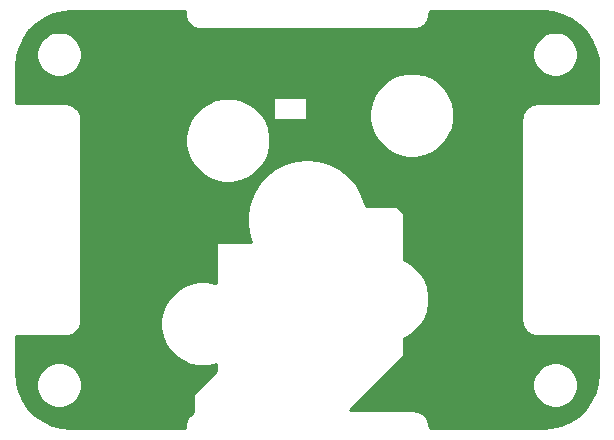
<source format=gtl>
G04 #@! TF.GenerationSoftware,KiCad,Pcbnew,(5.1.9)-1*
G04 #@! TF.CreationDate,2021-08-06T09:53:28+02:00*
G04 #@! TF.ProjectId,Driver,44726976-6572-42e6-9b69-6361645f7063,rev?*
G04 #@! TF.SameCoordinates,Original*
G04 #@! TF.FileFunction,Copper,L1,Top*
G04 #@! TF.FilePolarity,Positive*
%FSLAX46Y46*%
G04 Gerber Fmt 4.6, Leading zero omitted, Abs format (unit mm)*
G04 Created by KiCad (PCBNEW (5.1.9)-1) date 2021-08-06 09:53:28*
%MOMM*%
%LPD*%
G01*
G04 APERTURE LIST*
G04 #@! TA.AperFunction,ComponentPad*
%ADD10C,0.600000*%
G04 #@! TD*
G04 #@! TA.AperFunction,ViaPad*
%ADD11C,0.600000*%
G04 #@! TD*
G04 #@! TA.AperFunction,Conductor*
%ADD12C,0.254000*%
G04 #@! TD*
G04 #@! TA.AperFunction,Conductor*
%ADD13C,0.100000*%
G04 #@! TD*
G04 APERTURE END LIST*
D10*
X162617904Y-82513591D03*
D11*
X131617904Y-93513591D03*
X129117904Y-93513591D03*
X126617904Y-93513591D03*
X124117904Y-93513591D03*
X124117904Y-96013591D03*
X126617904Y-96013591D03*
X129117904Y-96013591D03*
X131617904Y-96013591D03*
X131617904Y-98513591D03*
X129117904Y-98513591D03*
X124117904Y-98513591D03*
X126617904Y-98513591D03*
X124117904Y-101013591D03*
X126617904Y-101013591D03*
X129117904Y-101013591D03*
X124117904Y-103513591D03*
X126617904Y-103513591D03*
X129117904Y-103513591D03*
X134117904Y-93513591D03*
X127867904Y-97263591D03*
X130367904Y-97263591D03*
X125367904Y-97263591D03*
X125367904Y-99763591D03*
X127867904Y-99763591D03*
D12*
X131255905Y-76031370D02*
X131257461Y-76047172D01*
X131257418Y-76053382D01*
X131257911Y-76058412D01*
X131278312Y-76252509D01*
X131284911Y-76284657D01*
X131291057Y-76316877D01*
X131292518Y-76321715D01*
X131350230Y-76508153D01*
X131362956Y-76538427D01*
X131375235Y-76568820D01*
X131377606Y-76573278D01*
X131377608Y-76573283D01*
X131377611Y-76573287D01*
X131470433Y-76744959D01*
X131488744Y-76772106D01*
X131506746Y-76799616D01*
X131509941Y-76803532D01*
X131634344Y-76953910D01*
X131657650Y-76977053D01*
X131680581Y-77000470D01*
X131684475Y-77003692D01*
X131835717Y-77127042D01*
X131863051Y-77145203D01*
X131890118Y-77163736D01*
X131894559Y-77166136D01*
X131894563Y-77166139D01*
X131894567Y-77166141D01*
X132066886Y-77257764D01*
X132097237Y-77270274D01*
X132127377Y-77283192D01*
X132132205Y-77284687D01*
X132319041Y-77341096D01*
X132351279Y-77347479D01*
X132383318Y-77354290D01*
X132388336Y-77354817D01*
X132388346Y-77354819D01*
X132388355Y-77354819D01*
X132582578Y-77373863D01*
X132582579Y-77373863D01*
X132600125Y-77375591D01*
X150635683Y-77375591D01*
X150651495Y-77374034D01*
X150657695Y-77374077D01*
X150662725Y-77373584D01*
X150856822Y-77353183D01*
X150888970Y-77346584D01*
X150921190Y-77340438D01*
X150926026Y-77338978D01*
X150926032Y-77338976D01*
X151112466Y-77281265D01*
X151142740Y-77268539D01*
X151173133Y-77256260D01*
X151177591Y-77253889D01*
X151177596Y-77253887D01*
X151177600Y-77253884D01*
X151349272Y-77161062D01*
X151376447Y-77142732D01*
X151403929Y-77124749D01*
X151407845Y-77121554D01*
X151558223Y-76997151D01*
X151581366Y-76973845D01*
X151604783Y-76950914D01*
X151608005Y-76947020D01*
X151731355Y-76795778D01*
X151749516Y-76768444D01*
X151768049Y-76741377D01*
X151770449Y-76736936D01*
X151770452Y-76736932D01*
X151770454Y-76736928D01*
X151862077Y-76564609D01*
X151874587Y-76534258D01*
X151887505Y-76504118D01*
X151889000Y-76499290D01*
X151945409Y-76312454D01*
X151951792Y-76280216D01*
X151958603Y-76248177D01*
X151959130Y-76243159D01*
X151959132Y-76243149D01*
X151959132Y-76243140D01*
X151978176Y-76048917D01*
X151978176Y-76048916D01*
X151979904Y-76031370D01*
X151979904Y-75875591D01*
X161601780Y-75875591D01*
X162438968Y-75950308D01*
X163234080Y-76167826D01*
X163978107Y-76522709D01*
X164647525Y-77003735D01*
X165221191Y-77595711D01*
X165680953Y-78279911D01*
X166012290Y-79034717D01*
X166205394Y-79839054D01*
X166255905Y-80526880D01*
X166255904Y-83651591D01*
X161100125Y-83651591D01*
X161084313Y-83653148D01*
X161078112Y-83653105D01*
X161073082Y-83653598D01*
X160878986Y-83673999D01*
X160846831Y-83680599D01*
X160814618Y-83686744D01*
X160809784Y-83688204D01*
X160809778Y-83688205D01*
X160809772Y-83688207D01*
X160623342Y-83745917D01*
X160593068Y-83758643D01*
X160562675Y-83770922D01*
X160558212Y-83773295D01*
X160386536Y-83866120D01*
X160359361Y-83884450D01*
X160331879Y-83902433D01*
X160327963Y-83905628D01*
X160177585Y-84030032D01*
X160154444Y-84053334D01*
X160131025Y-84076268D01*
X160127803Y-84080162D01*
X160004453Y-84231404D01*
X159986287Y-84258747D01*
X159967760Y-84285804D01*
X159965356Y-84290250D01*
X159873731Y-84462573D01*
X159861237Y-84492885D01*
X159848303Y-84523063D01*
X159846808Y-84527891D01*
X159790399Y-84714728D01*
X159784019Y-84746948D01*
X159777205Y-84779006D01*
X159776678Y-84784021D01*
X159776676Y-84784032D01*
X159776676Y-84784042D01*
X159757632Y-84978266D01*
X159755904Y-84995813D01*
X159755905Y-102031370D01*
X159757461Y-102047172D01*
X159757418Y-102053382D01*
X159757911Y-102058412D01*
X159778312Y-102252509D01*
X159784911Y-102284657D01*
X159791057Y-102316877D01*
X159792518Y-102321715D01*
X159850230Y-102508153D01*
X159862956Y-102538427D01*
X159875235Y-102568820D01*
X159877606Y-102573278D01*
X159877608Y-102573283D01*
X159877611Y-102573287D01*
X159970433Y-102744959D01*
X159988763Y-102772134D01*
X160006746Y-102799616D01*
X160009941Y-102803532D01*
X160134344Y-102953910D01*
X160157650Y-102977053D01*
X160180581Y-103000470D01*
X160184475Y-103003692D01*
X160335717Y-103127042D01*
X160363051Y-103145203D01*
X160390118Y-103163736D01*
X160394559Y-103166136D01*
X160394563Y-103166139D01*
X160394567Y-103166141D01*
X160566886Y-103257764D01*
X160597237Y-103270274D01*
X160627377Y-103283192D01*
X160632205Y-103284687D01*
X160819041Y-103341096D01*
X160851279Y-103347479D01*
X160883318Y-103354290D01*
X160888336Y-103354817D01*
X160888346Y-103354819D01*
X160888355Y-103354819D01*
X161082578Y-103373863D01*
X161082579Y-103373863D01*
X161100125Y-103375591D01*
X166255905Y-103375591D01*
X166255904Y-106497468D01*
X166181187Y-107334655D01*
X165963669Y-108129767D01*
X165608786Y-108873794D01*
X165127758Y-109543215D01*
X164535784Y-110116878D01*
X163851586Y-110576639D01*
X163096778Y-110907977D01*
X162292443Y-111101081D01*
X161604628Y-111151591D01*
X151979904Y-111151591D01*
X151979904Y-110995812D01*
X151978347Y-110980000D01*
X151978390Y-110973799D01*
X151977897Y-110968769D01*
X151957496Y-110774673D01*
X151950896Y-110742518D01*
X151944751Y-110710305D01*
X151943291Y-110705471D01*
X151943290Y-110705465D01*
X151943288Y-110705459D01*
X151885578Y-110519029D01*
X151872852Y-110488755D01*
X151860573Y-110458362D01*
X151858200Y-110453899D01*
X151765375Y-110282223D01*
X151747045Y-110255048D01*
X151729062Y-110227566D01*
X151725867Y-110223650D01*
X151601463Y-110073272D01*
X151578161Y-110050131D01*
X151555227Y-110026712D01*
X151551333Y-110023490D01*
X151400091Y-109900140D01*
X151372748Y-109881974D01*
X151345691Y-109863447D01*
X151341245Y-109861043D01*
X151168922Y-109769418D01*
X151138597Y-109756919D01*
X151108432Y-109743990D01*
X151103604Y-109742495D01*
X150916767Y-109686086D01*
X150884547Y-109679706D01*
X150852489Y-109672892D01*
X150847474Y-109672365D01*
X150847463Y-109672363D01*
X150847453Y-109672363D01*
X150653229Y-109653319D01*
X150635683Y-109651591D01*
X145279716Y-109651591D01*
X147571552Y-107324222D01*
X160695207Y-107324222D01*
X160695207Y-107702960D01*
X160769095Y-108074421D01*
X160914032Y-108424329D01*
X161124448Y-108739239D01*
X161392256Y-109007047D01*
X161707166Y-109217463D01*
X162057074Y-109362400D01*
X162428535Y-109436288D01*
X162807273Y-109436288D01*
X163178734Y-109362400D01*
X163528642Y-109217463D01*
X163843552Y-109007047D01*
X164111360Y-108739239D01*
X164321776Y-108424329D01*
X164466713Y-108074421D01*
X164540601Y-107702960D01*
X164540601Y-107324222D01*
X164466713Y-106952761D01*
X164321776Y-106602853D01*
X164111360Y-106287943D01*
X163843552Y-106020135D01*
X163528642Y-105809719D01*
X163178734Y-105664782D01*
X162807273Y-105590894D01*
X162428535Y-105590894D01*
X162057074Y-105664782D01*
X161707166Y-105809719D01*
X161392256Y-106020135D01*
X161124448Y-106287943D01*
X160914032Y-106602853D01*
X160769095Y-106952761D01*
X160695207Y-107324222D01*
X147571552Y-107324222D01*
X149808395Y-105052700D01*
X149824040Y-105033334D01*
X149835607Y-105011288D01*
X149842651Y-104987409D01*
X149844904Y-104963591D01*
X149844904Y-103517023D01*
X150072285Y-103422839D01*
X150661844Y-103028909D01*
X151163222Y-102527531D01*
X151557152Y-101937972D01*
X151828496Y-101282890D01*
X151966826Y-100587458D01*
X151966826Y-99878402D01*
X151828496Y-99182970D01*
X151557152Y-98527888D01*
X151163222Y-97938329D01*
X150661844Y-97436951D01*
X150072285Y-97043021D01*
X149844904Y-96948837D01*
X149844904Y-93063591D01*
X149842464Y-93038815D01*
X149835237Y-93014990D01*
X149823501Y-92993034D01*
X149807707Y-92973788D01*
X149257707Y-92423788D01*
X149238461Y-92407994D01*
X149216505Y-92396258D01*
X149192680Y-92389031D01*
X149167904Y-92386591D01*
X146605855Y-92386591D01*
X146553993Y-92109153D01*
X146211882Y-91226062D01*
X145713328Y-90420870D01*
X145075310Y-89720997D01*
X144319554Y-89150277D01*
X143471796Y-88728144D01*
X142560907Y-88468973D01*
X141617904Y-88381591D01*
X140674901Y-88468973D01*
X139764012Y-88728144D01*
X138916254Y-89150277D01*
X138160498Y-89720997D01*
X137522480Y-90420870D01*
X137023926Y-91226062D01*
X136681815Y-92109153D01*
X136507796Y-93040070D01*
X136507796Y-93987112D01*
X136681815Y-94918029D01*
X136863337Y-95386591D01*
X134067904Y-95386591D01*
X134043128Y-95389031D01*
X134019303Y-95396258D01*
X133997347Y-95407994D01*
X133978101Y-95423788D01*
X133962307Y-95443034D01*
X133950571Y-95464990D01*
X133943344Y-95488815D01*
X133940904Y-95513591D01*
X133940904Y-98914161D01*
X133827864Y-98867338D01*
X133132432Y-98729008D01*
X132423376Y-98729008D01*
X131727944Y-98867338D01*
X131072862Y-99138682D01*
X130483303Y-99532612D01*
X129981925Y-100033990D01*
X129587995Y-100623549D01*
X129316651Y-101278631D01*
X129178321Y-101974063D01*
X129178321Y-102683119D01*
X129316651Y-103378551D01*
X129587995Y-104033633D01*
X129981925Y-104623192D01*
X130483303Y-105124570D01*
X131072862Y-105518500D01*
X131727944Y-105789844D01*
X132423376Y-105928174D01*
X133132432Y-105928174D01*
X133827864Y-105789844D01*
X133940904Y-105743021D01*
X133940904Y-106360017D01*
X132029275Y-108222630D01*
X132013233Y-108241668D01*
X132001212Y-108263471D01*
X131993677Y-108287199D01*
X131990904Y-108313591D01*
X131990904Y-109809688D01*
X131886536Y-109866120D01*
X131859361Y-109884450D01*
X131831879Y-109902433D01*
X131827963Y-109905628D01*
X131677585Y-110030032D01*
X131654456Y-110053323D01*
X131631025Y-110076268D01*
X131627803Y-110080162D01*
X131504453Y-110231404D01*
X131486287Y-110258747D01*
X131467760Y-110285804D01*
X131465356Y-110290250D01*
X131373731Y-110462573D01*
X131361237Y-110492885D01*
X131348303Y-110523063D01*
X131346808Y-110527891D01*
X131290399Y-110714728D01*
X131284019Y-110746948D01*
X131277205Y-110779006D01*
X131276678Y-110784021D01*
X131276676Y-110784032D01*
X131276676Y-110784042D01*
X131257632Y-110978266D01*
X131255904Y-110995813D01*
X131255904Y-111151591D01*
X121634027Y-111151591D01*
X120796840Y-111076874D01*
X120001728Y-110859356D01*
X119257701Y-110504473D01*
X118588280Y-110023445D01*
X118014617Y-109431471D01*
X117554856Y-108747273D01*
X117223518Y-107992465D01*
X117063087Y-107324222D01*
X118695207Y-107324222D01*
X118695207Y-107702960D01*
X118769095Y-108074421D01*
X118914032Y-108424329D01*
X119124448Y-108739239D01*
X119392256Y-109007047D01*
X119707166Y-109217463D01*
X120057074Y-109362400D01*
X120428535Y-109436288D01*
X120807273Y-109436288D01*
X121178734Y-109362400D01*
X121528642Y-109217463D01*
X121843552Y-109007047D01*
X122111360Y-108739239D01*
X122321776Y-108424329D01*
X122466713Y-108074421D01*
X122540601Y-107702960D01*
X122540601Y-107324222D01*
X122466713Y-106952761D01*
X122321776Y-106602853D01*
X122111360Y-106287943D01*
X121843552Y-106020135D01*
X121528642Y-105809719D01*
X121178734Y-105664782D01*
X120807273Y-105590894D01*
X120428535Y-105590894D01*
X120057074Y-105664782D01*
X119707166Y-105809719D01*
X119392256Y-106020135D01*
X119124448Y-106287943D01*
X118914032Y-106602853D01*
X118769095Y-106952761D01*
X118695207Y-107324222D01*
X117063087Y-107324222D01*
X117030414Y-107188130D01*
X116979904Y-106500315D01*
X116979904Y-103375591D01*
X121135683Y-103375591D01*
X121151495Y-103374034D01*
X121157695Y-103374077D01*
X121162725Y-103373584D01*
X121356822Y-103353183D01*
X121388970Y-103346584D01*
X121421190Y-103340438D01*
X121426026Y-103338978D01*
X121426032Y-103338976D01*
X121612466Y-103281265D01*
X121642740Y-103268539D01*
X121673133Y-103256260D01*
X121677591Y-103253889D01*
X121677596Y-103253887D01*
X121677600Y-103253884D01*
X121849272Y-103161062D01*
X121876447Y-103142732D01*
X121903929Y-103124749D01*
X121907845Y-103121554D01*
X122058223Y-102997151D01*
X122081366Y-102973845D01*
X122104783Y-102950914D01*
X122108005Y-102947020D01*
X122231355Y-102795778D01*
X122249516Y-102768444D01*
X122268049Y-102741377D01*
X122270449Y-102736936D01*
X122270452Y-102736932D01*
X122270454Y-102736928D01*
X122362077Y-102564609D01*
X122374587Y-102534258D01*
X122387505Y-102504118D01*
X122389000Y-102499290D01*
X122445409Y-102312454D01*
X122451792Y-102280216D01*
X122458603Y-102248177D01*
X122459130Y-102243159D01*
X122459132Y-102243149D01*
X122459132Y-102243140D01*
X122478176Y-102048917D01*
X122478176Y-102048916D01*
X122479904Y-102031370D01*
X122479904Y-86439063D01*
X131308321Y-86439063D01*
X131308321Y-87148119D01*
X131446651Y-87843551D01*
X131717995Y-88498633D01*
X132111925Y-89088192D01*
X132613303Y-89589570D01*
X133202862Y-89983500D01*
X133857944Y-90254844D01*
X134553376Y-90393174D01*
X135262432Y-90393174D01*
X135957864Y-90254844D01*
X136612946Y-89983500D01*
X137202505Y-89589570D01*
X137703883Y-89088192D01*
X138097813Y-88498633D01*
X138369157Y-87843551D01*
X138507487Y-87148119D01*
X138507487Y-86439063D01*
X138369157Y-85743631D01*
X138097813Y-85088549D01*
X137703883Y-84498990D01*
X137202505Y-83997612D01*
X136612946Y-83603682D01*
X135957864Y-83332338D01*
X135360883Y-83213591D01*
X138690904Y-83213591D01*
X138690904Y-84963591D01*
X138693344Y-84988367D01*
X138700571Y-85012192D01*
X138712307Y-85034148D01*
X138728101Y-85053394D01*
X138747347Y-85069188D01*
X138769303Y-85080924D01*
X138793128Y-85088151D01*
X138817904Y-85090591D01*
X141467904Y-85090591D01*
X141492680Y-85088151D01*
X141516505Y-85080924D01*
X141538461Y-85069188D01*
X141557707Y-85053394D01*
X141573501Y-85034148D01*
X141585237Y-85012192D01*
X141592464Y-84988367D01*
X141594904Y-84963591D01*
X141594904Y-84309063D01*
X146868321Y-84309063D01*
X146868321Y-85018119D01*
X147006651Y-85713551D01*
X147277995Y-86368633D01*
X147671925Y-86958192D01*
X148173303Y-87459570D01*
X148762862Y-87853500D01*
X149417944Y-88124844D01*
X150113376Y-88263174D01*
X150822432Y-88263174D01*
X151517864Y-88124844D01*
X152172946Y-87853500D01*
X152762505Y-87459570D01*
X153263883Y-86958192D01*
X153657813Y-86368633D01*
X153929157Y-85713551D01*
X154067487Y-85018119D01*
X154067487Y-84309063D01*
X153929157Y-83613631D01*
X153657813Y-82958549D01*
X153263883Y-82368990D01*
X152762505Y-81867612D01*
X152172946Y-81473682D01*
X151517864Y-81202338D01*
X150822432Y-81064008D01*
X150113376Y-81064008D01*
X149417944Y-81202338D01*
X148762862Y-81473682D01*
X148173303Y-81867612D01*
X147671925Y-82368990D01*
X147277995Y-82958549D01*
X147006651Y-83613631D01*
X146868321Y-84309063D01*
X141594904Y-84309063D01*
X141594904Y-83213591D01*
X141592464Y-83188815D01*
X141585237Y-83164990D01*
X141573501Y-83143034D01*
X141557707Y-83123788D01*
X141538461Y-83107994D01*
X141516505Y-83096258D01*
X141492680Y-83089031D01*
X141467904Y-83086591D01*
X138817904Y-83086591D01*
X138793128Y-83089031D01*
X138769303Y-83096258D01*
X138747347Y-83107994D01*
X138728101Y-83123788D01*
X138712307Y-83143034D01*
X138700571Y-83164990D01*
X138693344Y-83188815D01*
X138690904Y-83213591D01*
X135360883Y-83213591D01*
X135262432Y-83194008D01*
X134553376Y-83194008D01*
X133857944Y-83332338D01*
X133202862Y-83603682D01*
X132613303Y-83997612D01*
X132111925Y-84498990D01*
X131717995Y-85088549D01*
X131446651Y-85743631D01*
X131308321Y-86439063D01*
X122479904Y-86439063D01*
X122479904Y-84995812D01*
X122478347Y-84980000D01*
X122478390Y-84973799D01*
X122477897Y-84968769D01*
X122457496Y-84774673D01*
X122450896Y-84742518D01*
X122444751Y-84710305D01*
X122443291Y-84705471D01*
X122443290Y-84705465D01*
X122443288Y-84705459D01*
X122385578Y-84519029D01*
X122372852Y-84488755D01*
X122360573Y-84458362D01*
X122358200Y-84453899D01*
X122265375Y-84282223D01*
X122247045Y-84255048D01*
X122229062Y-84227566D01*
X122225867Y-84223650D01*
X122101463Y-84073272D01*
X122078161Y-84050131D01*
X122055227Y-84026712D01*
X122051333Y-84023490D01*
X121900091Y-83900140D01*
X121872748Y-83881974D01*
X121845691Y-83863447D01*
X121841245Y-83861043D01*
X121668922Y-83769418D01*
X121638597Y-83756919D01*
X121608432Y-83743990D01*
X121603604Y-83742495D01*
X121416767Y-83686086D01*
X121384547Y-83679706D01*
X121352489Y-83672892D01*
X121347474Y-83672365D01*
X121347463Y-83672363D01*
X121347453Y-83672363D01*
X121153229Y-83653319D01*
X121135683Y-83651591D01*
X116979904Y-83651591D01*
X116979904Y-80529715D01*
X117054621Y-79692527D01*
X117155377Y-79324222D01*
X118695207Y-79324222D01*
X118695207Y-79702960D01*
X118769095Y-80074421D01*
X118914032Y-80424329D01*
X119124448Y-80739239D01*
X119392256Y-81007047D01*
X119707166Y-81217463D01*
X120057074Y-81362400D01*
X120428535Y-81436288D01*
X120807273Y-81436288D01*
X121178734Y-81362400D01*
X121528642Y-81217463D01*
X121843552Y-81007047D01*
X122111360Y-80739239D01*
X122321776Y-80424329D01*
X122466713Y-80074421D01*
X122540601Y-79702960D01*
X122540601Y-79324222D01*
X160695207Y-79324222D01*
X160695207Y-79702960D01*
X160769095Y-80074421D01*
X160914032Y-80424329D01*
X161124448Y-80739239D01*
X161392256Y-81007047D01*
X161707166Y-81217463D01*
X162057074Y-81362400D01*
X162428535Y-81436288D01*
X162807273Y-81436288D01*
X163178734Y-81362400D01*
X163528642Y-81217463D01*
X163843552Y-81007047D01*
X164111360Y-80739239D01*
X164321776Y-80424329D01*
X164466713Y-80074421D01*
X164540601Y-79702960D01*
X164540601Y-79324222D01*
X164466713Y-78952761D01*
X164321776Y-78602853D01*
X164111360Y-78287943D01*
X163843552Y-78020135D01*
X163528642Y-77809719D01*
X163178734Y-77664782D01*
X162807273Y-77590894D01*
X162428535Y-77590894D01*
X162057074Y-77664782D01*
X161707166Y-77809719D01*
X161392256Y-78020135D01*
X161124448Y-78287943D01*
X160914032Y-78602853D01*
X160769095Y-78952761D01*
X160695207Y-79324222D01*
X122540601Y-79324222D01*
X122466713Y-78952761D01*
X122321776Y-78602853D01*
X122111360Y-78287943D01*
X121843552Y-78020135D01*
X121528642Y-77809719D01*
X121178734Y-77664782D01*
X120807273Y-77590894D01*
X120428535Y-77590894D01*
X120057074Y-77664782D01*
X119707166Y-77809719D01*
X119392256Y-78020135D01*
X119124448Y-78287943D01*
X118914032Y-78602853D01*
X118769095Y-78952761D01*
X118695207Y-79324222D01*
X117155377Y-79324222D01*
X117272139Y-78897415D01*
X117627022Y-78153388D01*
X118108048Y-77483970D01*
X118700024Y-76910304D01*
X119384224Y-76450542D01*
X120139030Y-76119205D01*
X120943367Y-75926101D01*
X121631180Y-75875591D01*
X131255905Y-75875591D01*
X131255905Y-76031370D01*
G04 #@! TA.AperFunction,Conductor*
D13*
G36*
X131255905Y-76031370D02*
G01*
X131257461Y-76047172D01*
X131257418Y-76053382D01*
X131257911Y-76058412D01*
X131278312Y-76252509D01*
X131284911Y-76284657D01*
X131291057Y-76316877D01*
X131292518Y-76321715D01*
X131350230Y-76508153D01*
X131362956Y-76538427D01*
X131375235Y-76568820D01*
X131377606Y-76573278D01*
X131377608Y-76573283D01*
X131377611Y-76573287D01*
X131470433Y-76744959D01*
X131488744Y-76772106D01*
X131506746Y-76799616D01*
X131509941Y-76803532D01*
X131634344Y-76953910D01*
X131657650Y-76977053D01*
X131680581Y-77000470D01*
X131684475Y-77003692D01*
X131835717Y-77127042D01*
X131863051Y-77145203D01*
X131890118Y-77163736D01*
X131894559Y-77166136D01*
X131894563Y-77166139D01*
X131894567Y-77166141D01*
X132066886Y-77257764D01*
X132097237Y-77270274D01*
X132127377Y-77283192D01*
X132132205Y-77284687D01*
X132319041Y-77341096D01*
X132351279Y-77347479D01*
X132383318Y-77354290D01*
X132388336Y-77354817D01*
X132388346Y-77354819D01*
X132388355Y-77354819D01*
X132582578Y-77373863D01*
X132582579Y-77373863D01*
X132600125Y-77375591D01*
X150635683Y-77375591D01*
X150651495Y-77374034D01*
X150657695Y-77374077D01*
X150662725Y-77373584D01*
X150856822Y-77353183D01*
X150888970Y-77346584D01*
X150921190Y-77340438D01*
X150926026Y-77338978D01*
X150926032Y-77338976D01*
X151112466Y-77281265D01*
X151142740Y-77268539D01*
X151173133Y-77256260D01*
X151177591Y-77253889D01*
X151177596Y-77253887D01*
X151177600Y-77253884D01*
X151349272Y-77161062D01*
X151376447Y-77142732D01*
X151403929Y-77124749D01*
X151407845Y-77121554D01*
X151558223Y-76997151D01*
X151581366Y-76973845D01*
X151604783Y-76950914D01*
X151608005Y-76947020D01*
X151731355Y-76795778D01*
X151749516Y-76768444D01*
X151768049Y-76741377D01*
X151770449Y-76736936D01*
X151770452Y-76736932D01*
X151770454Y-76736928D01*
X151862077Y-76564609D01*
X151874587Y-76534258D01*
X151887505Y-76504118D01*
X151889000Y-76499290D01*
X151945409Y-76312454D01*
X151951792Y-76280216D01*
X151958603Y-76248177D01*
X151959130Y-76243159D01*
X151959132Y-76243149D01*
X151959132Y-76243140D01*
X151978176Y-76048917D01*
X151978176Y-76048916D01*
X151979904Y-76031370D01*
X151979904Y-75875591D01*
X161601780Y-75875591D01*
X162438968Y-75950308D01*
X163234080Y-76167826D01*
X163978107Y-76522709D01*
X164647525Y-77003735D01*
X165221191Y-77595711D01*
X165680953Y-78279911D01*
X166012290Y-79034717D01*
X166205394Y-79839054D01*
X166255905Y-80526880D01*
X166255904Y-83651591D01*
X161100125Y-83651591D01*
X161084313Y-83653148D01*
X161078112Y-83653105D01*
X161073082Y-83653598D01*
X160878986Y-83673999D01*
X160846831Y-83680599D01*
X160814618Y-83686744D01*
X160809784Y-83688204D01*
X160809778Y-83688205D01*
X160809772Y-83688207D01*
X160623342Y-83745917D01*
X160593068Y-83758643D01*
X160562675Y-83770922D01*
X160558212Y-83773295D01*
X160386536Y-83866120D01*
X160359361Y-83884450D01*
X160331879Y-83902433D01*
X160327963Y-83905628D01*
X160177585Y-84030032D01*
X160154444Y-84053334D01*
X160131025Y-84076268D01*
X160127803Y-84080162D01*
X160004453Y-84231404D01*
X159986287Y-84258747D01*
X159967760Y-84285804D01*
X159965356Y-84290250D01*
X159873731Y-84462573D01*
X159861237Y-84492885D01*
X159848303Y-84523063D01*
X159846808Y-84527891D01*
X159790399Y-84714728D01*
X159784019Y-84746948D01*
X159777205Y-84779006D01*
X159776678Y-84784021D01*
X159776676Y-84784032D01*
X159776676Y-84784042D01*
X159757632Y-84978266D01*
X159755904Y-84995813D01*
X159755905Y-102031370D01*
X159757461Y-102047172D01*
X159757418Y-102053382D01*
X159757911Y-102058412D01*
X159778312Y-102252509D01*
X159784911Y-102284657D01*
X159791057Y-102316877D01*
X159792518Y-102321715D01*
X159850230Y-102508153D01*
X159862956Y-102538427D01*
X159875235Y-102568820D01*
X159877606Y-102573278D01*
X159877608Y-102573283D01*
X159877611Y-102573287D01*
X159970433Y-102744959D01*
X159988763Y-102772134D01*
X160006746Y-102799616D01*
X160009941Y-102803532D01*
X160134344Y-102953910D01*
X160157650Y-102977053D01*
X160180581Y-103000470D01*
X160184475Y-103003692D01*
X160335717Y-103127042D01*
X160363051Y-103145203D01*
X160390118Y-103163736D01*
X160394559Y-103166136D01*
X160394563Y-103166139D01*
X160394567Y-103166141D01*
X160566886Y-103257764D01*
X160597237Y-103270274D01*
X160627377Y-103283192D01*
X160632205Y-103284687D01*
X160819041Y-103341096D01*
X160851279Y-103347479D01*
X160883318Y-103354290D01*
X160888336Y-103354817D01*
X160888346Y-103354819D01*
X160888355Y-103354819D01*
X161082578Y-103373863D01*
X161082579Y-103373863D01*
X161100125Y-103375591D01*
X166255905Y-103375591D01*
X166255904Y-106497468D01*
X166181187Y-107334655D01*
X165963669Y-108129767D01*
X165608786Y-108873794D01*
X165127758Y-109543215D01*
X164535784Y-110116878D01*
X163851586Y-110576639D01*
X163096778Y-110907977D01*
X162292443Y-111101081D01*
X161604628Y-111151591D01*
X151979904Y-111151591D01*
X151979904Y-110995812D01*
X151978347Y-110980000D01*
X151978390Y-110973799D01*
X151977897Y-110968769D01*
X151957496Y-110774673D01*
X151950896Y-110742518D01*
X151944751Y-110710305D01*
X151943291Y-110705471D01*
X151943290Y-110705465D01*
X151943288Y-110705459D01*
X151885578Y-110519029D01*
X151872852Y-110488755D01*
X151860573Y-110458362D01*
X151858200Y-110453899D01*
X151765375Y-110282223D01*
X151747045Y-110255048D01*
X151729062Y-110227566D01*
X151725867Y-110223650D01*
X151601463Y-110073272D01*
X151578161Y-110050131D01*
X151555227Y-110026712D01*
X151551333Y-110023490D01*
X151400091Y-109900140D01*
X151372748Y-109881974D01*
X151345691Y-109863447D01*
X151341245Y-109861043D01*
X151168922Y-109769418D01*
X151138597Y-109756919D01*
X151108432Y-109743990D01*
X151103604Y-109742495D01*
X150916767Y-109686086D01*
X150884547Y-109679706D01*
X150852489Y-109672892D01*
X150847474Y-109672365D01*
X150847463Y-109672363D01*
X150847453Y-109672363D01*
X150653229Y-109653319D01*
X150635683Y-109651591D01*
X145279716Y-109651591D01*
X147571552Y-107324222D01*
X160695207Y-107324222D01*
X160695207Y-107702960D01*
X160769095Y-108074421D01*
X160914032Y-108424329D01*
X161124448Y-108739239D01*
X161392256Y-109007047D01*
X161707166Y-109217463D01*
X162057074Y-109362400D01*
X162428535Y-109436288D01*
X162807273Y-109436288D01*
X163178734Y-109362400D01*
X163528642Y-109217463D01*
X163843552Y-109007047D01*
X164111360Y-108739239D01*
X164321776Y-108424329D01*
X164466713Y-108074421D01*
X164540601Y-107702960D01*
X164540601Y-107324222D01*
X164466713Y-106952761D01*
X164321776Y-106602853D01*
X164111360Y-106287943D01*
X163843552Y-106020135D01*
X163528642Y-105809719D01*
X163178734Y-105664782D01*
X162807273Y-105590894D01*
X162428535Y-105590894D01*
X162057074Y-105664782D01*
X161707166Y-105809719D01*
X161392256Y-106020135D01*
X161124448Y-106287943D01*
X160914032Y-106602853D01*
X160769095Y-106952761D01*
X160695207Y-107324222D01*
X147571552Y-107324222D01*
X149808395Y-105052700D01*
X149824040Y-105033334D01*
X149835607Y-105011288D01*
X149842651Y-104987409D01*
X149844904Y-104963591D01*
X149844904Y-103517023D01*
X150072285Y-103422839D01*
X150661844Y-103028909D01*
X151163222Y-102527531D01*
X151557152Y-101937972D01*
X151828496Y-101282890D01*
X151966826Y-100587458D01*
X151966826Y-99878402D01*
X151828496Y-99182970D01*
X151557152Y-98527888D01*
X151163222Y-97938329D01*
X150661844Y-97436951D01*
X150072285Y-97043021D01*
X149844904Y-96948837D01*
X149844904Y-93063591D01*
X149842464Y-93038815D01*
X149835237Y-93014990D01*
X149823501Y-92993034D01*
X149807707Y-92973788D01*
X149257707Y-92423788D01*
X149238461Y-92407994D01*
X149216505Y-92396258D01*
X149192680Y-92389031D01*
X149167904Y-92386591D01*
X146605855Y-92386591D01*
X146553993Y-92109153D01*
X146211882Y-91226062D01*
X145713328Y-90420870D01*
X145075310Y-89720997D01*
X144319554Y-89150277D01*
X143471796Y-88728144D01*
X142560907Y-88468973D01*
X141617904Y-88381591D01*
X140674901Y-88468973D01*
X139764012Y-88728144D01*
X138916254Y-89150277D01*
X138160498Y-89720997D01*
X137522480Y-90420870D01*
X137023926Y-91226062D01*
X136681815Y-92109153D01*
X136507796Y-93040070D01*
X136507796Y-93987112D01*
X136681815Y-94918029D01*
X136863337Y-95386591D01*
X134067904Y-95386591D01*
X134043128Y-95389031D01*
X134019303Y-95396258D01*
X133997347Y-95407994D01*
X133978101Y-95423788D01*
X133962307Y-95443034D01*
X133950571Y-95464990D01*
X133943344Y-95488815D01*
X133940904Y-95513591D01*
X133940904Y-98914161D01*
X133827864Y-98867338D01*
X133132432Y-98729008D01*
X132423376Y-98729008D01*
X131727944Y-98867338D01*
X131072862Y-99138682D01*
X130483303Y-99532612D01*
X129981925Y-100033990D01*
X129587995Y-100623549D01*
X129316651Y-101278631D01*
X129178321Y-101974063D01*
X129178321Y-102683119D01*
X129316651Y-103378551D01*
X129587995Y-104033633D01*
X129981925Y-104623192D01*
X130483303Y-105124570D01*
X131072862Y-105518500D01*
X131727944Y-105789844D01*
X132423376Y-105928174D01*
X133132432Y-105928174D01*
X133827864Y-105789844D01*
X133940904Y-105743021D01*
X133940904Y-106360017D01*
X132029275Y-108222630D01*
X132013233Y-108241668D01*
X132001212Y-108263471D01*
X131993677Y-108287199D01*
X131990904Y-108313591D01*
X131990904Y-109809688D01*
X131886536Y-109866120D01*
X131859361Y-109884450D01*
X131831879Y-109902433D01*
X131827963Y-109905628D01*
X131677585Y-110030032D01*
X131654456Y-110053323D01*
X131631025Y-110076268D01*
X131627803Y-110080162D01*
X131504453Y-110231404D01*
X131486287Y-110258747D01*
X131467760Y-110285804D01*
X131465356Y-110290250D01*
X131373731Y-110462573D01*
X131361237Y-110492885D01*
X131348303Y-110523063D01*
X131346808Y-110527891D01*
X131290399Y-110714728D01*
X131284019Y-110746948D01*
X131277205Y-110779006D01*
X131276678Y-110784021D01*
X131276676Y-110784032D01*
X131276676Y-110784042D01*
X131257632Y-110978266D01*
X131255904Y-110995813D01*
X131255904Y-111151591D01*
X121634027Y-111151591D01*
X120796840Y-111076874D01*
X120001728Y-110859356D01*
X119257701Y-110504473D01*
X118588280Y-110023445D01*
X118014617Y-109431471D01*
X117554856Y-108747273D01*
X117223518Y-107992465D01*
X117063087Y-107324222D01*
X118695207Y-107324222D01*
X118695207Y-107702960D01*
X118769095Y-108074421D01*
X118914032Y-108424329D01*
X119124448Y-108739239D01*
X119392256Y-109007047D01*
X119707166Y-109217463D01*
X120057074Y-109362400D01*
X120428535Y-109436288D01*
X120807273Y-109436288D01*
X121178734Y-109362400D01*
X121528642Y-109217463D01*
X121843552Y-109007047D01*
X122111360Y-108739239D01*
X122321776Y-108424329D01*
X122466713Y-108074421D01*
X122540601Y-107702960D01*
X122540601Y-107324222D01*
X122466713Y-106952761D01*
X122321776Y-106602853D01*
X122111360Y-106287943D01*
X121843552Y-106020135D01*
X121528642Y-105809719D01*
X121178734Y-105664782D01*
X120807273Y-105590894D01*
X120428535Y-105590894D01*
X120057074Y-105664782D01*
X119707166Y-105809719D01*
X119392256Y-106020135D01*
X119124448Y-106287943D01*
X118914032Y-106602853D01*
X118769095Y-106952761D01*
X118695207Y-107324222D01*
X117063087Y-107324222D01*
X117030414Y-107188130D01*
X116979904Y-106500315D01*
X116979904Y-103375591D01*
X121135683Y-103375591D01*
X121151495Y-103374034D01*
X121157695Y-103374077D01*
X121162725Y-103373584D01*
X121356822Y-103353183D01*
X121388970Y-103346584D01*
X121421190Y-103340438D01*
X121426026Y-103338978D01*
X121426032Y-103338976D01*
X121612466Y-103281265D01*
X121642740Y-103268539D01*
X121673133Y-103256260D01*
X121677591Y-103253889D01*
X121677596Y-103253887D01*
X121677600Y-103253884D01*
X121849272Y-103161062D01*
X121876447Y-103142732D01*
X121903929Y-103124749D01*
X121907845Y-103121554D01*
X122058223Y-102997151D01*
X122081366Y-102973845D01*
X122104783Y-102950914D01*
X122108005Y-102947020D01*
X122231355Y-102795778D01*
X122249516Y-102768444D01*
X122268049Y-102741377D01*
X122270449Y-102736936D01*
X122270452Y-102736932D01*
X122270454Y-102736928D01*
X122362077Y-102564609D01*
X122374587Y-102534258D01*
X122387505Y-102504118D01*
X122389000Y-102499290D01*
X122445409Y-102312454D01*
X122451792Y-102280216D01*
X122458603Y-102248177D01*
X122459130Y-102243159D01*
X122459132Y-102243149D01*
X122459132Y-102243140D01*
X122478176Y-102048917D01*
X122478176Y-102048916D01*
X122479904Y-102031370D01*
X122479904Y-86439063D01*
X131308321Y-86439063D01*
X131308321Y-87148119D01*
X131446651Y-87843551D01*
X131717995Y-88498633D01*
X132111925Y-89088192D01*
X132613303Y-89589570D01*
X133202862Y-89983500D01*
X133857944Y-90254844D01*
X134553376Y-90393174D01*
X135262432Y-90393174D01*
X135957864Y-90254844D01*
X136612946Y-89983500D01*
X137202505Y-89589570D01*
X137703883Y-89088192D01*
X138097813Y-88498633D01*
X138369157Y-87843551D01*
X138507487Y-87148119D01*
X138507487Y-86439063D01*
X138369157Y-85743631D01*
X138097813Y-85088549D01*
X137703883Y-84498990D01*
X137202505Y-83997612D01*
X136612946Y-83603682D01*
X135957864Y-83332338D01*
X135360883Y-83213591D01*
X138690904Y-83213591D01*
X138690904Y-84963591D01*
X138693344Y-84988367D01*
X138700571Y-85012192D01*
X138712307Y-85034148D01*
X138728101Y-85053394D01*
X138747347Y-85069188D01*
X138769303Y-85080924D01*
X138793128Y-85088151D01*
X138817904Y-85090591D01*
X141467904Y-85090591D01*
X141492680Y-85088151D01*
X141516505Y-85080924D01*
X141538461Y-85069188D01*
X141557707Y-85053394D01*
X141573501Y-85034148D01*
X141585237Y-85012192D01*
X141592464Y-84988367D01*
X141594904Y-84963591D01*
X141594904Y-84309063D01*
X146868321Y-84309063D01*
X146868321Y-85018119D01*
X147006651Y-85713551D01*
X147277995Y-86368633D01*
X147671925Y-86958192D01*
X148173303Y-87459570D01*
X148762862Y-87853500D01*
X149417944Y-88124844D01*
X150113376Y-88263174D01*
X150822432Y-88263174D01*
X151517864Y-88124844D01*
X152172946Y-87853500D01*
X152762505Y-87459570D01*
X153263883Y-86958192D01*
X153657813Y-86368633D01*
X153929157Y-85713551D01*
X154067487Y-85018119D01*
X154067487Y-84309063D01*
X153929157Y-83613631D01*
X153657813Y-82958549D01*
X153263883Y-82368990D01*
X152762505Y-81867612D01*
X152172946Y-81473682D01*
X151517864Y-81202338D01*
X150822432Y-81064008D01*
X150113376Y-81064008D01*
X149417944Y-81202338D01*
X148762862Y-81473682D01*
X148173303Y-81867612D01*
X147671925Y-82368990D01*
X147277995Y-82958549D01*
X147006651Y-83613631D01*
X146868321Y-84309063D01*
X141594904Y-84309063D01*
X141594904Y-83213591D01*
X141592464Y-83188815D01*
X141585237Y-83164990D01*
X141573501Y-83143034D01*
X141557707Y-83123788D01*
X141538461Y-83107994D01*
X141516505Y-83096258D01*
X141492680Y-83089031D01*
X141467904Y-83086591D01*
X138817904Y-83086591D01*
X138793128Y-83089031D01*
X138769303Y-83096258D01*
X138747347Y-83107994D01*
X138728101Y-83123788D01*
X138712307Y-83143034D01*
X138700571Y-83164990D01*
X138693344Y-83188815D01*
X138690904Y-83213591D01*
X135360883Y-83213591D01*
X135262432Y-83194008D01*
X134553376Y-83194008D01*
X133857944Y-83332338D01*
X133202862Y-83603682D01*
X132613303Y-83997612D01*
X132111925Y-84498990D01*
X131717995Y-85088549D01*
X131446651Y-85743631D01*
X131308321Y-86439063D01*
X122479904Y-86439063D01*
X122479904Y-84995812D01*
X122478347Y-84980000D01*
X122478390Y-84973799D01*
X122477897Y-84968769D01*
X122457496Y-84774673D01*
X122450896Y-84742518D01*
X122444751Y-84710305D01*
X122443291Y-84705471D01*
X122443290Y-84705465D01*
X122443288Y-84705459D01*
X122385578Y-84519029D01*
X122372852Y-84488755D01*
X122360573Y-84458362D01*
X122358200Y-84453899D01*
X122265375Y-84282223D01*
X122247045Y-84255048D01*
X122229062Y-84227566D01*
X122225867Y-84223650D01*
X122101463Y-84073272D01*
X122078161Y-84050131D01*
X122055227Y-84026712D01*
X122051333Y-84023490D01*
X121900091Y-83900140D01*
X121872748Y-83881974D01*
X121845691Y-83863447D01*
X121841245Y-83861043D01*
X121668922Y-83769418D01*
X121638597Y-83756919D01*
X121608432Y-83743990D01*
X121603604Y-83742495D01*
X121416767Y-83686086D01*
X121384547Y-83679706D01*
X121352489Y-83672892D01*
X121347474Y-83672365D01*
X121347463Y-83672363D01*
X121347453Y-83672363D01*
X121153229Y-83653319D01*
X121135683Y-83651591D01*
X116979904Y-83651591D01*
X116979904Y-80529715D01*
X117054621Y-79692527D01*
X117155377Y-79324222D01*
X118695207Y-79324222D01*
X118695207Y-79702960D01*
X118769095Y-80074421D01*
X118914032Y-80424329D01*
X119124448Y-80739239D01*
X119392256Y-81007047D01*
X119707166Y-81217463D01*
X120057074Y-81362400D01*
X120428535Y-81436288D01*
X120807273Y-81436288D01*
X121178734Y-81362400D01*
X121528642Y-81217463D01*
X121843552Y-81007047D01*
X122111360Y-80739239D01*
X122321776Y-80424329D01*
X122466713Y-80074421D01*
X122540601Y-79702960D01*
X122540601Y-79324222D01*
X160695207Y-79324222D01*
X160695207Y-79702960D01*
X160769095Y-80074421D01*
X160914032Y-80424329D01*
X161124448Y-80739239D01*
X161392256Y-81007047D01*
X161707166Y-81217463D01*
X162057074Y-81362400D01*
X162428535Y-81436288D01*
X162807273Y-81436288D01*
X163178734Y-81362400D01*
X163528642Y-81217463D01*
X163843552Y-81007047D01*
X164111360Y-80739239D01*
X164321776Y-80424329D01*
X164466713Y-80074421D01*
X164540601Y-79702960D01*
X164540601Y-79324222D01*
X164466713Y-78952761D01*
X164321776Y-78602853D01*
X164111360Y-78287943D01*
X163843552Y-78020135D01*
X163528642Y-77809719D01*
X163178734Y-77664782D01*
X162807273Y-77590894D01*
X162428535Y-77590894D01*
X162057074Y-77664782D01*
X161707166Y-77809719D01*
X161392256Y-78020135D01*
X161124448Y-78287943D01*
X160914032Y-78602853D01*
X160769095Y-78952761D01*
X160695207Y-79324222D01*
X122540601Y-79324222D01*
X122466713Y-78952761D01*
X122321776Y-78602853D01*
X122111360Y-78287943D01*
X121843552Y-78020135D01*
X121528642Y-77809719D01*
X121178734Y-77664782D01*
X120807273Y-77590894D01*
X120428535Y-77590894D01*
X120057074Y-77664782D01*
X119707166Y-77809719D01*
X119392256Y-78020135D01*
X119124448Y-78287943D01*
X118914032Y-78602853D01*
X118769095Y-78952761D01*
X118695207Y-79324222D01*
X117155377Y-79324222D01*
X117272139Y-78897415D01*
X117627022Y-78153388D01*
X118108048Y-77483970D01*
X118700024Y-76910304D01*
X119384224Y-76450542D01*
X120139030Y-76119205D01*
X120943367Y-75926101D01*
X121631180Y-75875591D01*
X131255905Y-75875591D01*
X131255905Y-76031370D01*
G37*
G04 #@! TD.AperFunction*
M02*

</source>
